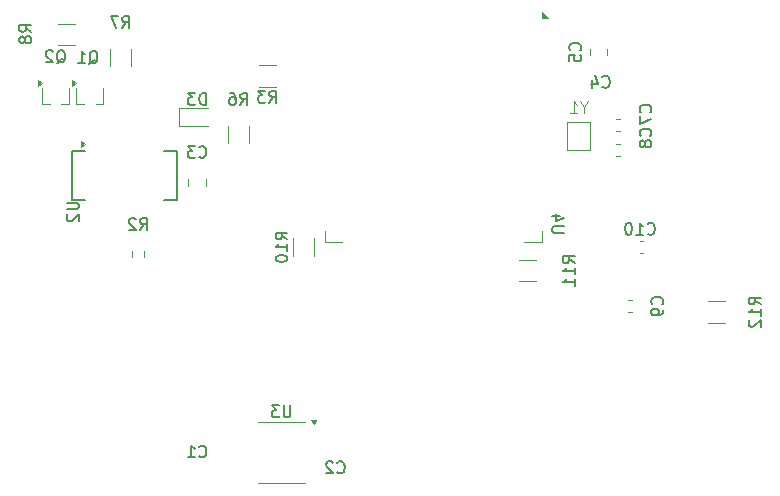
<source format=gbo>
%TF.GenerationSoftware,KiCad,Pcbnew,8.0.6*%
%TF.CreationDate,2024-11-09T23:45:23+09:00*%
%TF.ProjectId,PCB,5043422e-6b69-4636-9164-5f7063625858,rev?*%
%TF.SameCoordinates,Original*%
%TF.FileFunction,Legend,Bot*%
%TF.FilePolarity,Positive*%
%FSLAX46Y46*%
G04 Gerber Fmt 4.6, Leading zero omitted, Abs format (unit mm)*
G04 Created by KiCad (PCBNEW 8.0.6) date 2024-11-09 23:45:23*
%MOMM*%
%LPD*%
G01*
G04 APERTURE LIST*
%ADD10C,0.150000*%
%ADD11C,0.100000*%
%ADD12C,0.120000*%
G04 APERTURE END LIST*
D10*
X136545180Y-89311904D02*
X135735657Y-89311904D01*
X135735657Y-89311904D02*
X135640419Y-89264285D01*
X135640419Y-89264285D02*
X135592800Y-89216666D01*
X135592800Y-89216666D02*
X135545180Y-89121428D01*
X135545180Y-89121428D02*
X135545180Y-88930952D01*
X135545180Y-88930952D02*
X135592800Y-88835714D01*
X135592800Y-88835714D02*
X135640419Y-88788095D01*
X135640419Y-88788095D02*
X135735657Y-88740476D01*
X135735657Y-88740476D02*
X136545180Y-88740476D01*
X136211847Y-87835714D02*
X135545180Y-87835714D01*
X136592800Y-88073809D02*
X135878514Y-88311904D01*
X135878514Y-88311904D02*
X135878514Y-87692857D01*
X117366666Y-109559580D02*
X117414285Y-109607200D01*
X117414285Y-109607200D02*
X117557142Y-109654819D01*
X117557142Y-109654819D02*
X117652380Y-109654819D01*
X117652380Y-109654819D02*
X117795237Y-109607200D01*
X117795237Y-109607200D02*
X117890475Y-109511961D01*
X117890475Y-109511961D02*
X117938094Y-109416723D01*
X117938094Y-109416723D02*
X117985713Y-109226247D01*
X117985713Y-109226247D02*
X117985713Y-109083390D01*
X117985713Y-109083390D02*
X117938094Y-108892914D01*
X117938094Y-108892914D02*
X117890475Y-108797676D01*
X117890475Y-108797676D02*
X117795237Y-108702438D01*
X117795237Y-108702438D02*
X117652380Y-108654819D01*
X117652380Y-108654819D02*
X117557142Y-108654819D01*
X117557142Y-108654819D02*
X117414285Y-108702438D01*
X117414285Y-108702438D02*
X117366666Y-108750057D01*
X116985713Y-108750057D02*
X116938094Y-108702438D01*
X116938094Y-108702438D02*
X116842856Y-108654819D01*
X116842856Y-108654819D02*
X116604761Y-108654819D01*
X116604761Y-108654819D02*
X116509523Y-108702438D01*
X116509523Y-108702438D02*
X116461904Y-108750057D01*
X116461904Y-108750057D02*
X116414285Y-108845295D01*
X116414285Y-108845295D02*
X116414285Y-108940533D01*
X116414285Y-108940533D02*
X116461904Y-109083390D01*
X116461904Y-109083390D02*
X117033332Y-109654819D01*
X117033332Y-109654819D02*
X116414285Y-109654819D01*
X105666666Y-108209580D02*
X105714285Y-108257200D01*
X105714285Y-108257200D02*
X105857142Y-108304819D01*
X105857142Y-108304819D02*
X105952380Y-108304819D01*
X105952380Y-108304819D02*
X106095237Y-108257200D01*
X106095237Y-108257200D02*
X106190475Y-108161961D01*
X106190475Y-108161961D02*
X106238094Y-108066723D01*
X106238094Y-108066723D02*
X106285713Y-107876247D01*
X106285713Y-107876247D02*
X106285713Y-107733390D01*
X106285713Y-107733390D02*
X106238094Y-107542914D01*
X106238094Y-107542914D02*
X106190475Y-107447676D01*
X106190475Y-107447676D02*
X106095237Y-107352438D01*
X106095237Y-107352438D02*
X105952380Y-107304819D01*
X105952380Y-107304819D02*
X105857142Y-107304819D01*
X105857142Y-107304819D02*
X105714285Y-107352438D01*
X105714285Y-107352438D02*
X105666666Y-107400057D01*
X104714285Y-108304819D02*
X105285713Y-108304819D01*
X104999999Y-108304819D02*
X104999999Y-107304819D01*
X104999999Y-107304819D02*
X105095237Y-107447676D01*
X105095237Y-107447676D02*
X105190475Y-107542914D01*
X105190475Y-107542914D02*
X105285713Y-107590533D01*
X143859580Y-81083333D02*
X143907200Y-81035714D01*
X143907200Y-81035714D02*
X143954819Y-80892857D01*
X143954819Y-80892857D02*
X143954819Y-80797619D01*
X143954819Y-80797619D02*
X143907200Y-80654762D01*
X143907200Y-80654762D02*
X143811961Y-80559524D01*
X143811961Y-80559524D02*
X143716723Y-80511905D01*
X143716723Y-80511905D02*
X143526247Y-80464286D01*
X143526247Y-80464286D02*
X143383390Y-80464286D01*
X143383390Y-80464286D02*
X143192914Y-80511905D01*
X143192914Y-80511905D02*
X143097676Y-80559524D01*
X143097676Y-80559524D02*
X143002438Y-80654762D01*
X143002438Y-80654762D02*
X142954819Y-80797619D01*
X142954819Y-80797619D02*
X142954819Y-80892857D01*
X142954819Y-80892857D02*
X143002438Y-81035714D01*
X143002438Y-81035714D02*
X143050057Y-81083333D01*
X143383390Y-81654762D02*
X143335771Y-81559524D01*
X143335771Y-81559524D02*
X143288152Y-81511905D01*
X143288152Y-81511905D02*
X143192914Y-81464286D01*
X143192914Y-81464286D02*
X143145295Y-81464286D01*
X143145295Y-81464286D02*
X143050057Y-81511905D01*
X143050057Y-81511905D02*
X143002438Y-81559524D01*
X143002438Y-81559524D02*
X142954819Y-81654762D01*
X142954819Y-81654762D02*
X142954819Y-81845238D01*
X142954819Y-81845238D02*
X143002438Y-81940476D01*
X143002438Y-81940476D02*
X143050057Y-81988095D01*
X143050057Y-81988095D02*
X143145295Y-82035714D01*
X143145295Y-82035714D02*
X143192914Y-82035714D01*
X143192914Y-82035714D02*
X143288152Y-81988095D01*
X143288152Y-81988095D02*
X143335771Y-81940476D01*
X143335771Y-81940476D02*
X143383390Y-81845238D01*
X143383390Y-81845238D02*
X143383390Y-81654762D01*
X143383390Y-81654762D02*
X143431009Y-81559524D01*
X143431009Y-81559524D02*
X143478628Y-81511905D01*
X143478628Y-81511905D02*
X143573866Y-81464286D01*
X143573866Y-81464286D02*
X143764342Y-81464286D01*
X143764342Y-81464286D02*
X143859580Y-81511905D01*
X143859580Y-81511905D02*
X143907200Y-81559524D01*
X143907200Y-81559524D02*
X143954819Y-81654762D01*
X143954819Y-81654762D02*
X143954819Y-81845238D01*
X143954819Y-81845238D02*
X143907200Y-81940476D01*
X143907200Y-81940476D02*
X143859580Y-81988095D01*
X143859580Y-81988095D02*
X143764342Y-82035714D01*
X143764342Y-82035714D02*
X143573866Y-82035714D01*
X143573866Y-82035714D02*
X143478628Y-81988095D01*
X143478628Y-81988095D02*
X143431009Y-81940476D01*
X143431009Y-81940476D02*
X143383390Y-81845238D01*
X139816666Y-76909580D02*
X139864285Y-76957200D01*
X139864285Y-76957200D02*
X140007142Y-77004819D01*
X140007142Y-77004819D02*
X140102380Y-77004819D01*
X140102380Y-77004819D02*
X140245237Y-76957200D01*
X140245237Y-76957200D02*
X140340475Y-76861961D01*
X140340475Y-76861961D02*
X140388094Y-76766723D01*
X140388094Y-76766723D02*
X140435713Y-76576247D01*
X140435713Y-76576247D02*
X140435713Y-76433390D01*
X140435713Y-76433390D02*
X140388094Y-76242914D01*
X140388094Y-76242914D02*
X140340475Y-76147676D01*
X140340475Y-76147676D02*
X140245237Y-76052438D01*
X140245237Y-76052438D02*
X140102380Y-76004819D01*
X140102380Y-76004819D02*
X140007142Y-76004819D01*
X140007142Y-76004819D02*
X139864285Y-76052438D01*
X139864285Y-76052438D02*
X139816666Y-76100057D01*
X138959523Y-76338152D02*
X138959523Y-77004819D01*
X139197618Y-75957200D02*
X139435713Y-76671485D01*
X139435713Y-76671485D02*
X138816666Y-76671485D01*
X113134819Y-89857142D02*
X112658628Y-89523809D01*
X113134819Y-89285714D02*
X112134819Y-89285714D01*
X112134819Y-89285714D02*
X112134819Y-89666666D01*
X112134819Y-89666666D02*
X112182438Y-89761904D01*
X112182438Y-89761904D02*
X112230057Y-89809523D01*
X112230057Y-89809523D02*
X112325295Y-89857142D01*
X112325295Y-89857142D02*
X112468152Y-89857142D01*
X112468152Y-89857142D02*
X112563390Y-89809523D01*
X112563390Y-89809523D02*
X112611009Y-89761904D01*
X112611009Y-89761904D02*
X112658628Y-89666666D01*
X112658628Y-89666666D02*
X112658628Y-89285714D01*
X113134819Y-90809523D02*
X113134819Y-90238095D01*
X113134819Y-90523809D02*
X112134819Y-90523809D01*
X112134819Y-90523809D02*
X112277676Y-90428571D01*
X112277676Y-90428571D02*
X112372914Y-90333333D01*
X112372914Y-90333333D02*
X112420533Y-90238095D01*
X112134819Y-91428571D02*
X112134819Y-91523809D01*
X112134819Y-91523809D02*
X112182438Y-91619047D01*
X112182438Y-91619047D02*
X112230057Y-91666666D01*
X112230057Y-91666666D02*
X112325295Y-91714285D01*
X112325295Y-91714285D02*
X112515771Y-91761904D01*
X112515771Y-91761904D02*
X112753866Y-91761904D01*
X112753866Y-91761904D02*
X112944342Y-91714285D01*
X112944342Y-91714285D02*
X113039580Y-91666666D01*
X113039580Y-91666666D02*
X113087200Y-91619047D01*
X113087200Y-91619047D02*
X113134819Y-91523809D01*
X113134819Y-91523809D02*
X113134819Y-91428571D01*
X113134819Y-91428571D02*
X113087200Y-91333333D01*
X113087200Y-91333333D02*
X113039580Y-91285714D01*
X113039580Y-91285714D02*
X112944342Y-91238095D01*
X112944342Y-91238095D02*
X112753866Y-91190476D01*
X112753866Y-91190476D02*
X112515771Y-91190476D01*
X112515771Y-91190476D02*
X112325295Y-91238095D01*
X112325295Y-91238095D02*
X112230057Y-91285714D01*
X112230057Y-91285714D02*
X112182438Y-91333333D01*
X112182438Y-91333333D02*
X112134819Y-91428571D01*
X106238094Y-78454819D02*
X106238094Y-77454819D01*
X106238094Y-77454819D02*
X105999999Y-77454819D01*
X105999999Y-77454819D02*
X105857142Y-77502438D01*
X105857142Y-77502438D02*
X105761904Y-77597676D01*
X105761904Y-77597676D02*
X105714285Y-77692914D01*
X105714285Y-77692914D02*
X105666666Y-77883390D01*
X105666666Y-77883390D02*
X105666666Y-78026247D01*
X105666666Y-78026247D02*
X105714285Y-78216723D01*
X105714285Y-78216723D02*
X105761904Y-78311961D01*
X105761904Y-78311961D02*
X105857142Y-78407200D01*
X105857142Y-78407200D02*
X105999999Y-78454819D01*
X105999999Y-78454819D02*
X106238094Y-78454819D01*
X105333332Y-77454819D02*
X104714285Y-77454819D01*
X104714285Y-77454819D02*
X105047618Y-77835771D01*
X105047618Y-77835771D02*
X104904761Y-77835771D01*
X104904761Y-77835771D02*
X104809523Y-77883390D01*
X104809523Y-77883390D02*
X104761904Y-77931009D01*
X104761904Y-77931009D02*
X104714285Y-78026247D01*
X104714285Y-78026247D02*
X104714285Y-78264342D01*
X104714285Y-78264342D02*
X104761904Y-78359580D01*
X104761904Y-78359580D02*
X104809523Y-78407200D01*
X104809523Y-78407200D02*
X104904761Y-78454819D01*
X104904761Y-78454819D02*
X105190475Y-78454819D01*
X105190475Y-78454819D02*
X105285713Y-78407200D01*
X105285713Y-78407200D02*
X105333332Y-78359580D01*
X144859580Y-95333333D02*
X144907200Y-95285714D01*
X144907200Y-95285714D02*
X144954819Y-95142857D01*
X144954819Y-95142857D02*
X144954819Y-95047619D01*
X144954819Y-95047619D02*
X144907200Y-94904762D01*
X144907200Y-94904762D02*
X144811961Y-94809524D01*
X144811961Y-94809524D02*
X144716723Y-94761905D01*
X144716723Y-94761905D02*
X144526247Y-94714286D01*
X144526247Y-94714286D02*
X144383390Y-94714286D01*
X144383390Y-94714286D02*
X144192914Y-94761905D01*
X144192914Y-94761905D02*
X144097676Y-94809524D01*
X144097676Y-94809524D02*
X144002438Y-94904762D01*
X144002438Y-94904762D02*
X143954819Y-95047619D01*
X143954819Y-95047619D02*
X143954819Y-95142857D01*
X143954819Y-95142857D02*
X144002438Y-95285714D01*
X144002438Y-95285714D02*
X144050057Y-95333333D01*
X144954819Y-95809524D02*
X144954819Y-96000000D01*
X144954819Y-96000000D02*
X144907200Y-96095238D01*
X144907200Y-96095238D02*
X144859580Y-96142857D01*
X144859580Y-96142857D02*
X144716723Y-96238095D01*
X144716723Y-96238095D02*
X144526247Y-96285714D01*
X144526247Y-96285714D02*
X144145295Y-96285714D01*
X144145295Y-96285714D02*
X144050057Y-96238095D01*
X144050057Y-96238095D02*
X144002438Y-96190476D01*
X144002438Y-96190476D02*
X143954819Y-96095238D01*
X143954819Y-96095238D02*
X143954819Y-95904762D01*
X143954819Y-95904762D02*
X144002438Y-95809524D01*
X144002438Y-95809524D02*
X144050057Y-95761905D01*
X144050057Y-95761905D02*
X144145295Y-95714286D01*
X144145295Y-95714286D02*
X144383390Y-95714286D01*
X144383390Y-95714286D02*
X144478628Y-95761905D01*
X144478628Y-95761905D02*
X144526247Y-95809524D01*
X144526247Y-95809524D02*
X144573866Y-95904762D01*
X144573866Y-95904762D02*
X144573866Y-96095238D01*
X144573866Y-96095238D02*
X144526247Y-96190476D01*
X144526247Y-96190476D02*
X144478628Y-96238095D01*
X144478628Y-96238095D02*
X144383390Y-96285714D01*
X99166666Y-71954819D02*
X99499999Y-71478628D01*
X99738094Y-71954819D02*
X99738094Y-70954819D01*
X99738094Y-70954819D02*
X99357142Y-70954819D01*
X99357142Y-70954819D02*
X99261904Y-71002438D01*
X99261904Y-71002438D02*
X99214285Y-71050057D01*
X99214285Y-71050057D02*
X99166666Y-71145295D01*
X99166666Y-71145295D02*
X99166666Y-71288152D01*
X99166666Y-71288152D02*
X99214285Y-71383390D01*
X99214285Y-71383390D02*
X99261904Y-71431009D01*
X99261904Y-71431009D02*
X99357142Y-71478628D01*
X99357142Y-71478628D02*
X99738094Y-71478628D01*
X98833332Y-70954819D02*
X98166666Y-70954819D01*
X98166666Y-70954819D02*
X98595237Y-71954819D01*
X109166666Y-78454819D02*
X109499999Y-77978628D01*
X109738094Y-78454819D02*
X109738094Y-77454819D01*
X109738094Y-77454819D02*
X109357142Y-77454819D01*
X109357142Y-77454819D02*
X109261904Y-77502438D01*
X109261904Y-77502438D02*
X109214285Y-77550057D01*
X109214285Y-77550057D02*
X109166666Y-77645295D01*
X109166666Y-77645295D02*
X109166666Y-77788152D01*
X109166666Y-77788152D02*
X109214285Y-77883390D01*
X109214285Y-77883390D02*
X109261904Y-77931009D01*
X109261904Y-77931009D02*
X109357142Y-77978628D01*
X109357142Y-77978628D02*
X109738094Y-77978628D01*
X108309523Y-77454819D02*
X108499999Y-77454819D01*
X108499999Y-77454819D02*
X108595237Y-77502438D01*
X108595237Y-77502438D02*
X108642856Y-77550057D01*
X108642856Y-77550057D02*
X108738094Y-77692914D01*
X108738094Y-77692914D02*
X108785713Y-77883390D01*
X108785713Y-77883390D02*
X108785713Y-78264342D01*
X108785713Y-78264342D02*
X108738094Y-78359580D01*
X108738094Y-78359580D02*
X108690475Y-78407200D01*
X108690475Y-78407200D02*
X108595237Y-78454819D01*
X108595237Y-78454819D02*
X108404761Y-78454819D01*
X108404761Y-78454819D02*
X108309523Y-78407200D01*
X108309523Y-78407200D02*
X108261904Y-78359580D01*
X108261904Y-78359580D02*
X108214285Y-78264342D01*
X108214285Y-78264342D02*
X108214285Y-78026247D01*
X108214285Y-78026247D02*
X108261904Y-77931009D01*
X108261904Y-77931009D02*
X108309523Y-77883390D01*
X108309523Y-77883390D02*
X108404761Y-77835771D01*
X108404761Y-77835771D02*
X108595237Y-77835771D01*
X108595237Y-77835771D02*
X108690475Y-77883390D01*
X108690475Y-77883390D02*
X108738094Y-77931009D01*
X108738094Y-77931009D02*
X108785713Y-78026247D01*
X100666666Y-89042319D02*
X100999999Y-88566128D01*
X101238094Y-89042319D02*
X101238094Y-88042319D01*
X101238094Y-88042319D02*
X100857142Y-88042319D01*
X100857142Y-88042319D02*
X100761904Y-88089938D01*
X100761904Y-88089938D02*
X100714285Y-88137557D01*
X100714285Y-88137557D02*
X100666666Y-88232795D01*
X100666666Y-88232795D02*
X100666666Y-88375652D01*
X100666666Y-88375652D02*
X100714285Y-88470890D01*
X100714285Y-88470890D02*
X100761904Y-88518509D01*
X100761904Y-88518509D02*
X100857142Y-88566128D01*
X100857142Y-88566128D02*
X101238094Y-88566128D01*
X100285713Y-88137557D02*
X100238094Y-88089938D01*
X100238094Y-88089938D02*
X100142856Y-88042319D01*
X100142856Y-88042319D02*
X99904761Y-88042319D01*
X99904761Y-88042319D02*
X99809523Y-88089938D01*
X99809523Y-88089938D02*
X99761904Y-88137557D01*
X99761904Y-88137557D02*
X99714285Y-88232795D01*
X99714285Y-88232795D02*
X99714285Y-88328033D01*
X99714285Y-88328033D02*
X99761904Y-88470890D01*
X99761904Y-88470890D02*
X100333332Y-89042319D01*
X100333332Y-89042319D02*
X99714285Y-89042319D01*
X137454819Y-91857142D02*
X136978628Y-91523809D01*
X137454819Y-91285714D02*
X136454819Y-91285714D01*
X136454819Y-91285714D02*
X136454819Y-91666666D01*
X136454819Y-91666666D02*
X136502438Y-91761904D01*
X136502438Y-91761904D02*
X136550057Y-91809523D01*
X136550057Y-91809523D02*
X136645295Y-91857142D01*
X136645295Y-91857142D02*
X136788152Y-91857142D01*
X136788152Y-91857142D02*
X136883390Y-91809523D01*
X136883390Y-91809523D02*
X136931009Y-91761904D01*
X136931009Y-91761904D02*
X136978628Y-91666666D01*
X136978628Y-91666666D02*
X136978628Y-91285714D01*
X137454819Y-92809523D02*
X137454819Y-92238095D01*
X137454819Y-92523809D02*
X136454819Y-92523809D01*
X136454819Y-92523809D02*
X136597676Y-92428571D01*
X136597676Y-92428571D02*
X136692914Y-92333333D01*
X136692914Y-92333333D02*
X136740533Y-92238095D01*
X137454819Y-93761904D02*
X137454819Y-93190476D01*
X137454819Y-93476190D02*
X136454819Y-93476190D01*
X136454819Y-93476190D02*
X136597676Y-93380952D01*
X136597676Y-93380952D02*
X136692914Y-93285714D01*
X136692914Y-93285714D02*
X136740533Y-93190476D01*
X153204819Y-95357142D02*
X152728628Y-95023809D01*
X153204819Y-94785714D02*
X152204819Y-94785714D01*
X152204819Y-94785714D02*
X152204819Y-95166666D01*
X152204819Y-95166666D02*
X152252438Y-95261904D01*
X152252438Y-95261904D02*
X152300057Y-95309523D01*
X152300057Y-95309523D02*
X152395295Y-95357142D01*
X152395295Y-95357142D02*
X152538152Y-95357142D01*
X152538152Y-95357142D02*
X152633390Y-95309523D01*
X152633390Y-95309523D02*
X152681009Y-95261904D01*
X152681009Y-95261904D02*
X152728628Y-95166666D01*
X152728628Y-95166666D02*
X152728628Y-94785714D01*
X153204819Y-96309523D02*
X153204819Y-95738095D01*
X153204819Y-96023809D02*
X152204819Y-96023809D01*
X152204819Y-96023809D02*
X152347676Y-95928571D01*
X152347676Y-95928571D02*
X152442914Y-95833333D01*
X152442914Y-95833333D02*
X152490533Y-95738095D01*
X152300057Y-96690476D02*
X152252438Y-96738095D01*
X152252438Y-96738095D02*
X152204819Y-96833333D01*
X152204819Y-96833333D02*
X152204819Y-97071428D01*
X152204819Y-97071428D02*
X152252438Y-97166666D01*
X152252438Y-97166666D02*
X152300057Y-97214285D01*
X152300057Y-97214285D02*
X152395295Y-97261904D01*
X152395295Y-97261904D02*
X152490533Y-97261904D01*
X152490533Y-97261904D02*
X152633390Y-97214285D01*
X152633390Y-97214285D02*
X153204819Y-96642857D01*
X153204819Y-96642857D02*
X153204819Y-97261904D01*
X113386904Y-103909819D02*
X113386904Y-104719342D01*
X113386904Y-104719342D02*
X113339285Y-104814580D01*
X113339285Y-104814580D02*
X113291666Y-104862200D01*
X113291666Y-104862200D02*
X113196428Y-104909819D01*
X113196428Y-104909819D02*
X113005952Y-104909819D01*
X113005952Y-104909819D02*
X112910714Y-104862200D01*
X112910714Y-104862200D02*
X112863095Y-104814580D01*
X112863095Y-104814580D02*
X112815476Y-104719342D01*
X112815476Y-104719342D02*
X112815476Y-103909819D01*
X112434523Y-103909819D02*
X111815476Y-103909819D01*
X111815476Y-103909819D02*
X112148809Y-104290771D01*
X112148809Y-104290771D02*
X112005952Y-104290771D01*
X112005952Y-104290771D02*
X111910714Y-104338390D01*
X111910714Y-104338390D02*
X111863095Y-104386009D01*
X111863095Y-104386009D02*
X111815476Y-104481247D01*
X111815476Y-104481247D02*
X111815476Y-104719342D01*
X111815476Y-104719342D02*
X111863095Y-104814580D01*
X111863095Y-104814580D02*
X111910714Y-104862200D01*
X111910714Y-104862200D02*
X112005952Y-104909819D01*
X112005952Y-104909819D02*
X112291666Y-104909819D01*
X112291666Y-104909819D02*
X112386904Y-104862200D01*
X112386904Y-104862200D02*
X112434523Y-104814580D01*
X143642857Y-89359580D02*
X143690476Y-89407200D01*
X143690476Y-89407200D02*
X143833333Y-89454819D01*
X143833333Y-89454819D02*
X143928571Y-89454819D01*
X143928571Y-89454819D02*
X144071428Y-89407200D01*
X144071428Y-89407200D02*
X144166666Y-89311961D01*
X144166666Y-89311961D02*
X144214285Y-89216723D01*
X144214285Y-89216723D02*
X144261904Y-89026247D01*
X144261904Y-89026247D02*
X144261904Y-88883390D01*
X144261904Y-88883390D02*
X144214285Y-88692914D01*
X144214285Y-88692914D02*
X144166666Y-88597676D01*
X144166666Y-88597676D02*
X144071428Y-88502438D01*
X144071428Y-88502438D02*
X143928571Y-88454819D01*
X143928571Y-88454819D02*
X143833333Y-88454819D01*
X143833333Y-88454819D02*
X143690476Y-88502438D01*
X143690476Y-88502438D02*
X143642857Y-88550057D01*
X142690476Y-89454819D02*
X143261904Y-89454819D01*
X142976190Y-89454819D02*
X142976190Y-88454819D01*
X142976190Y-88454819D02*
X143071428Y-88597676D01*
X143071428Y-88597676D02*
X143166666Y-88692914D01*
X143166666Y-88692914D02*
X143261904Y-88740533D01*
X142071428Y-88454819D02*
X141976190Y-88454819D01*
X141976190Y-88454819D02*
X141880952Y-88502438D01*
X141880952Y-88502438D02*
X141833333Y-88550057D01*
X141833333Y-88550057D02*
X141785714Y-88645295D01*
X141785714Y-88645295D02*
X141738095Y-88835771D01*
X141738095Y-88835771D02*
X141738095Y-89073866D01*
X141738095Y-89073866D02*
X141785714Y-89264342D01*
X141785714Y-89264342D02*
X141833333Y-89359580D01*
X141833333Y-89359580D02*
X141880952Y-89407200D01*
X141880952Y-89407200D02*
X141976190Y-89454819D01*
X141976190Y-89454819D02*
X142071428Y-89454819D01*
X142071428Y-89454819D02*
X142166666Y-89407200D01*
X142166666Y-89407200D02*
X142214285Y-89359580D01*
X142214285Y-89359580D02*
X142261904Y-89264342D01*
X142261904Y-89264342D02*
X142309523Y-89073866D01*
X142309523Y-89073866D02*
X142309523Y-88835771D01*
X142309523Y-88835771D02*
X142261904Y-88645295D01*
X142261904Y-88645295D02*
X142214285Y-88550057D01*
X142214285Y-88550057D02*
X142166666Y-88502438D01*
X142166666Y-88502438D02*
X142071428Y-88454819D01*
X105666666Y-82859580D02*
X105714285Y-82907200D01*
X105714285Y-82907200D02*
X105857142Y-82954819D01*
X105857142Y-82954819D02*
X105952380Y-82954819D01*
X105952380Y-82954819D02*
X106095237Y-82907200D01*
X106095237Y-82907200D02*
X106190475Y-82811961D01*
X106190475Y-82811961D02*
X106238094Y-82716723D01*
X106238094Y-82716723D02*
X106285713Y-82526247D01*
X106285713Y-82526247D02*
X106285713Y-82383390D01*
X106285713Y-82383390D02*
X106238094Y-82192914D01*
X106238094Y-82192914D02*
X106190475Y-82097676D01*
X106190475Y-82097676D02*
X106095237Y-82002438D01*
X106095237Y-82002438D02*
X105952380Y-81954819D01*
X105952380Y-81954819D02*
X105857142Y-81954819D01*
X105857142Y-81954819D02*
X105714285Y-82002438D01*
X105714285Y-82002438D02*
X105666666Y-82050057D01*
X105333332Y-81954819D02*
X104714285Y-81954819D01*
X104714285Y-81954819D02*
X105047618Y-82335771D01*
X105047618Y-82335771D02*
X104904761Y-82335771D01*
X104904761Y-82335771D02*
X104809523Y-82383390D01*
X104809523Y-82383390D02*
X104761904Y-82431009D01*
X104761904Y-82431009D02*
X104714285Y-82526247D01*
X104714285Y-82526247D02*
X104714285Y-82764342D01*
X104714285Y-82764342D02*
X104761904Y-82859580D01*
X104761904Y-82859580D02*
X104809523Y-82907200D01*
X104809523Y-82907200D02*
X104904761Y-82954819D01*
X104904761Y-82954819D02*
X105190475Y-82954819D01*
X105190475Y-82954819D02*
X105285713Y-82907200D01*
X105285713Y-82907200D02*
X105333332Y-82859580D01*
X93595238Y-74950057D02*
X93690476Y-74902438D01*
X93690476Y-74902438D02*
X93785714Y-74807200D01*
X93785714Y-74807200D02*
X93928571Y-74664342D01*
X93928571Y-74664342D02*
X94023809Y-74616723D01*
X94023809Y-74616723D02*
X94119047Y-74616723D01*
X94071428Y-74854819D02*
X94166666Y-74807200D01*
X94166666Y-74807200D02*
X94261904Y-74711961D01*
X94261904Y-74711961D02*
X94309523Y-74521485D01*
X94309523Y-74521485D02*
X94309523Y-74188152D01*
X94309523Y-74188152D02*
X94261904Y-73997676D01*
X94261904Y-73997676D02*
X94166666Y-73902438D01*
X94166666Y-73902438D02*
X94071428Y-73854819D01*
X94071428Y-73854819D02*
X93880952Y-73854819D01*
X93880952Y-73854819D02*
X93785714Y-73902438D01*
X93785714Y-73902438D02*
X93690476Y-73997676D01*
X93690476Y-73997676D02*
X93642857Y-74188152D01*
X93642857Y-74188152D02*
X93642857Y-74521485D01*
X93642857Y-74521485D02*
X93690476Y-74711961D01*
X93690476Y-74711961D02*
X93785714Y-74807200D01*
X93785714Y-74807200D02*
X93880952Y-74854819D01*
X93880952Y-74854819D02*
X94071428Y-74854819D01*
X93261904Y-73950057D02*
X93214285Y-73902438D01*
X93214285Y-73902438D02*
X93119047Y-73854819D01*
X93119047Y-73854819D02*
X92880952Y-73854819D01*
X92880952Y-73854819D02*
X92785714Y-73902438D01*
X92785714Y-73902438D02*
X92738095Y-73950057D01*
X92738095Y-73950057D02*
X92690476Y-74045295D01*
X92690476Y-74045295D02*
X92690476Y-74140533D01*
X92690476Y-74140533D02*
X92738095Y-74283390D01*
X92738095Y-74283390D02*
X93309523Y-74854819D01*
X93309523Y-74854819D02*
X92690476Y-74854819D01*
X94454819Y-86738095D02*
X95264342Y-86738095D01*
X95264342Y-86738095D02*
X95359580Y-86785714D01*
X95359580Y-86785714D02*
X95407200Y-86833333D01*
X95407200Y-86833333D02*
X95454819Y-86928571D01*
X95454819Y-86928571D02*
X95454819Y-87119047D01*
X95454819Y-87119047D02*
X95407200Y-87214285D01*
X95407200Y-87214285D02*
X95359580Y-87261904D01*
X95359580Y-87261904D02*
X95264342Y-87309523D01*
X95264342Y-87309523D02*
X94454819Y-87309523D01*
X94550057Y-87738095D02*
X94502438Y-87785714D01*
X94502438Y-87785714D02*
X94454819Y-87880952D01*
X94454819Y-87880952D02*
X94454819Y-88119047D01*
X94454819Y-88119047D02*
X94502438Y-88214285D01*
X94502438Y-88214285D02*
X94550057Y-88261904D01*
X94550057Y-88261904D02*
X94645295Y-88309523D01*
X94645295Y-88309523D02*
X94740533Y-88309523D01*
X94740533Y-88309523D02*
X94883390Y-88261904D01*
X94883390Y-88261904D02*
X95454819Y-87690476D01*
X95454819Y-87690476D02*
X95454819Y-88309523D01*
X111616666Y-78274819D02*
X111949999Y-77798628D01*
X112188094Y-78274819D02*
X112188094Y-77274819D01*
X112188094Y-77274819D02*
X111807142Y-77274819D01*
X111807142Y-77274819D02*
X111711904Y-77322438D01*
X111711904Y-77322438D02*
X111664285Y-77370057D01*
X111664285Y-77370057D02*
X111616666Y-77465295D01*
X111616666Y-77465295D02*
X111616666Y-77608152D01*
X111616666Y-77608152D02*
X111664285Y-77703390D01*
X111664285Y-77703390D02*
X111711904Y-77751009D01*
X111711904Y-77751009D02*
X111807142Y-77798628D01*
X111807142Y-77798628D02*
X112188094Y-77798628D01*
X111283332Y-77274819D02*
X110664285Y-77274819D01*
X110664285Y-77274819D02*
X110997618Y-77655771D01*
X110997618Y-77655771D02*
X110854761Y-77655771D01*
X110854761Y-77655771D02*
X110759523Y-77703390D01*
X110759523Y-77703390D02*
X110711904Y-77751009D01*
X110711904Y-77751009D02*
X110664285Y-77846247D01*
X110664285Y-77846247D02*
X110664285Y-78084342D01*
X110664285Y-78084342D02*
X110711904Y-78179580D01*
X110711904Y-78179580D02*
X110759523Y-78227200D01*
X110759523Y-78227200D02*
X110854761Y-78274819D01*
X110854761Y-78274819D02*
X111140475Y-78274819D01*
X111140475Y-78274819D02*
X111235713Y-78227200D01*
X111235713Y-78227200D02*
X111283332Y-78179580D01*
X137909580Y-73833333D02*
X137957200Y-73785714D01*
X137957200Y-73785714D02*
X138004819Y-73642857D01*
X138004819Y-73642857D02*
X138004819Y-73547619D01*
X138004819Y-73547619D02*
X137957200Y-73404762D01*
X137957200Y-73404762D02*
X137861961Y-73309524D01*
X137861961Y-73309524D02*
X137766723Y-73261905D01*
X137766723Y-73261905D02*
X137576247Y-73214286D01*
X137576247Y-73214286D02*
X137433390Y-73214286D01*
X137433390Y-73214286D02*
X137242914Y-73261905D01*
X137242914Y-73261905D02*
X137147676Y-73309524D01*
X137147676Y-73309524D02*
X137052438Y-73404762D01*
X137052438Y-73404762D02*
X137004819Y-73547619D01*
X137004819Y-73547619D02*
X137004819Y-73642857D01*
X137004819Y-73642857D02*
X137052438Y-73785714D01*
X137052438Y-73785714D02*
X137100057Y-73833333D01*
X137004819Y-74738095D02*
X137004819Y-74261905D01*
X137004819Y-74261905D02*
X137481009Y-74214286D01*
X137481009Y-74214286D02*
X137433390Y-74261905D01*
X137433390Y-74261905D02*
X137385771Y-74357143D01*
X137385771Y-74357143D02*
X137385771Y-74595238D01*
X137385771Y-74595238D02*
X137433390Y-74690476D01*
X137433390Y-74690476D02*
X137481009Y-74738095D01*
X137481009Y-74738095D02*
X137576247Y-74785714D01*
X137576247Y-74785714D02*
X137814342Y-74785714D01*
X137814342Y-74785714D02*
X137909580Y-74738095D01*
X137909580Y-74738095D02*
X137957200Y-74690476D01*
X137957200Y-74690476D02*
X138004819Y-74595238D01*
X138004819Y-74595238D02*
X138004819Y-74357143D01*
X138004819Y-74357143D02*
X137957200Y-74261905D01*
X137957200Y-74261905D02*
X137909580Y-74214286D01*
X96345238Y-75000057D02*
X96440476Y-74952438D01*
X96440476Y-74952438D02*
X96535714Y-74857200D01*
X96535714Y-74857200D02*
X96678571Y-74714342D01*
X96678571Y-74714342D02*
X96773809Y-74666723D01*
X96773809Y-74666723D02*
X96869047Y-74666723D01*
X96821428Y-74904819D02*
X96916666Y-74857200D01*
X96916666Y-74857200D02*
X97011904Y-74761961D01*
X97011904Y-74761961D02*
X97059523Y-74571485D01*
X97059523Y-74571485D02*
X97059523Y-74238152D01*
X97059523Y-74238152D02*
X97011904Y-74047676D01*
X97011904Y-74047676D02*
X96916666Y-73952438D01*
X96916666Y-73952438D02*
X96821428Y-73904819D01*
X96821428Y-73904819D02*
X96630952Y-73904819D01*
X96630952Y-73904819D02*
X96535714Y-73952438D01*
X96535714Y-73952438D02*
X96440476Y-74047676D01*
X96440476Y-74047676D02*
X96392857Y-74238152D01*
X96392857Y-74238152D02*
X96392857Y-74571485D01*
X96392857Y-74571485D02*
X96440476Y-74761961D01*
X96440476Y-74761961D02*
X96535714Y-74857200D01*
X96535714Y-74857200D02*
X96630952Y-74904819D01*
X96630952Y-74904819D02*
X96821428Y-74904819D01*
X95440476Y-74904819D02*
X96011904Y-74904819D01*
X95726190Y-74904819D02*
X95726190Y-73904819D01*
X95726190Y-73904819D02*
X95821428Y-74047676D01*
X95821428Y-74047676D02*
X95916666Y-74142914D01*
X95916666Y-74142914D02*
X96011904Y-74190533D01*
X143859580Y-79083333D02*
X143907200Y-79035714D01*
X143907200Y-79035714D02*
X143954819Y-78892857D01*
X143954819Y-78892857D02*
X143954819Y-78797619D01*
X143954819Y-78797619D02*
X143907200Y-78654762D01*
X143907200Y-78654762D02*
X143811961Y-78559524D01*
X143811961Y-78559524D02*
X143716723Y-78511905D01*
X143716723Y-78511905D02*
X143526247Y-78464286D01*
X143526247Y-78464286D02*
X143383390Y-78464286D01*
X143383390Y-78464286D02*
X143192914Y-78511905D01*
X143192914Y-78511905D02*
X143097676Y-78559524D01*
X143097676Y-78559524D02*
X143002438Y-78654762D01*
X143002438Y-78654762D02*
X142954819Y-78797619D01*
X142954819Y-78797619D02*
X142954819Y-78892857D01*
X142954819Y-78892857D02*
X143002438Y-79035714D01*
X143002438Y-79035714D02*
X143050057Y-79083333D01*
X142954819Y-79416667D02*
X142954819Y-80083333D01*
X142954819Y-80083333D02*
X143954819Y-79654762D01*
X91454819Y-72283333D02*
X90978628Y-71950000D01*
X91454819Y-71711905D02*
X90454819Y-71711905D01*
X90454819Y-71711905D02*
X90454819Y-72092857D01*
X90454819Y-72092857D02*
X90502438Y-72188095D01*
X90502438Y-72188095D02*
X90550057Y-72235714D01*
X90550057Y-72235714D02*
X90645295Y-72283333D01*
X90645295Y-72283333D02*
X90788152Y-72283333D01*
X90788152Y-72283333D02*
X90883390Y-72235714D01*
X90883390Y-72235714D02*
X90931009Y-72188095D01*
X90931009Y-72188095D02*
X90978628Y-72092857D01*
X90978628Y-72092857D02*
X90978628Y-71711905D01*
X90883390Y-72854762D02*
X90835771Y-72759524D01*
X90835771Y-72759524D02*
X90788152Y-72711905D01*
X90788152Y-72711905D02*
X90692914Y-72664286D01*
X90692914Y-72664286D02*
X90645295Y-72664286D01*
X90645295Y-72664286D02*
X90550057Y-72711905D01*
X90550057Y-72711905D02*
X90502438Y-72759524D01*
X90502438Y-72759524D02*
X90454819Y-72854762D01*
X90454819Y-72854762D02*
X90454819Y-73045238D01*
X90454819Y-73045238D02*
X90502438Y-73140476D01*
X90502438Y-73140476D02*
X90550057Y-73188095D01*
X90550057Y-73188095D02*
X90645295Y-73235714D01*
X90645295Y-73235714D02*
X90692914Y-73235714D01*
X90692914Y-73235714D02*
X90788152Y-73188095D01*
X90788152Y-73188095D02*
X90835771Y-73140476D01*
X90835771Y-73140476D02*
X90883390Y-73045238D01*
X90883390Y-73045238D02*
X90883390Y-72854762D01*
X90883390Y-72854762D02*
X90931009Y-72759524D01*
X90931009Y-72759524D02*
X90978628Y-72711905D01*
X90978628Y-72711905D02*
X91073866Y-72664286D01*
X91073866Y-72664286D02*
X91264342Y-72664286D01*
X91264342Y-72664286D02*
X91359580Y-72711905D01*
X91359580Y-72711905D02*
X91407200Y-72759524D01*
X91407200Y-72759524D02*
X91454819Y-72854762D01*
X91454819Y-72854762D02*
X91454819Y-73045238D01*
X91454819Y-73045238D02*
X91407200Y-73140476D01*
X91407200Y-73140476D02*
X91359580Y-73188095D01*
X91359580Y-73188095D02*
X91264342Y-73235714D01*
X91264342Y-73235714D02*
X91073866Y-73235714D01*
X91073866Y-73235714D02*
X90978628Y-73188095D01*
X90978628Y-73188095D02*
X90931009Y-73140476D01*
X90931009Y-73140476D02*
X90883390Y-73045238D01*
D11*
X138276190Y-78681228D02*
X138276190Y-79157419D01*
X138609523Y-78157419D02*
X138276190Y-78681228D01*
X138276190Y-78681228D02*
X137942857Y-78157419D01*
X137085714Y-79157419D02*
X137657142Y-79157419D01*
X137371428Y-79157419D02*
X137371428Y-78157419D01*
X137371428Y-78157419D02*
X137466666Y-78300276D01*
X137466666Y-78300276D02*
X137561904Y-78395514D01*
X137561904Y-78395514D02*
X137657142Y-78443133D01*
D12*
%TO.C,U4*%
X116300000Y-89100000D02*
X116300000Y-90100000D01*
X117800000Y-90100000D02*
X116300000Y-90100000D01*
X133200000Y-90100000D02*
X134700000Y-90100000D01*
X134700000Y-90100000D02*
X134700000Y-89100000D01*
X135200000Y-71125000D02*
X134700000Y-71125000D01*
X134700000Y-70625000D01*
X135200000Y-71125000D01*
G36*
X135200000Y-71125000D02*
G01*
X134700000Y-71125000D01*
X134700000Y-70625000D01*
X135200000Y-71125000D01*
G37*
%TO.C,C8*%
X141283767Y-81790000D02*
X140991233Y-81790000D01*
X141283767Y-82810000D02*
X140991233Y-82810000D01*
%TO.C,C4*%
X138765000Y-73738748D02*
X138765000Y-74261252D01*
X140235000Y-73738748D02*
X140235000Y-74261252D01*
%TO.C,R10*%
X113590000Y-91227064D02*
X113590000Y-89772936D01*
X115410000Y-91227064D02*
X115410000Y-89772936D01*
%TO.C,D3*%
X103965000Y-78765000D02*
X103965000Y-80235000D01*
X103965000Y-80235000D02*
X106425000Y-80235000D01*
X106425000Y-78765000D02*
X103965000Y-78765000D01*
%TO.C,C9*%
X141991233Y-94990000D02*
X142283767Y-94990000D01*
X141991233Y-96010000D02*
X142283767Y-96010000D01*
%TO.C,R7*%
X98090000Y-73722936D02*
X98090000Y-75177064D01*
X99910000Y-73722936D02*
X99910000Y-75177064D01*
%TO.C,R6*%
X108090000Y-81727064D02*
X108090000Y-80272936D01*
X109910000Y-81727064D02*
X109910000Y-80272936D01*
%TO.C,R2*%
X99977500Y-90832776D02*
X99977500Y-91342224D01*
X101022500Y-90832776D02*
X101022500Y-91342224D01*
%TO.C,R11*%
X132722936Y-91590000D02*
X134177064Y-91590000D01*
X132722936Y-93410000D02*
X134177064Y-93410000D01*
%TO.C,R12*%
X148772936Y-95090000D02*
X150227064Y-95090000D01*
X148772936Y-96910000D02*
X150227064Y-96910000D01*
%TO.C,U3*%
X110625000Y-105295000D02*
X112625000Y-105295000D01*
X110625000Y-110515000D02*
X112625000Y-110515000D01*
X114625000Y-105295000D02*
X112625000Y-105295000D01*
X114625000Y-110515000D02*
X112625000Y-110515000D01*
X115350000Y-105440000D02*
X115110000Y-105110000D01*
X115590000Y-105110000D01*
X115350000Y-105440000D01*
G36*
X115350000Y-105440000D02*
G01*
X115110000Y-105110000D01*
X115590000Y-105110000D01*
X115350000Y-105440000D01*
G37*
%TO.C,C10*%
X143283767Y-89990000D02*
X142991233Y-89990000D01*
X143283767Y-91010000D02*
X142991233Y-91010000D01*
%TO.C,C3*%
X104765000Y-84776248D02*
X104765000Y-85298752D01*
X106235000Y-84776248D02*
X106235000Y-85298752D01*
%TO.C,Q2*%
X92330000Y-78405000D02*
X92330000Y-76995000D01*
X93000000Y-78405000D02*
X92330000Y-78405000D01*
X94660000Y-78405000D02*
X94000000Y-78405000D01*
X94660000Y-78405000D02*
X94660000Y-76995000D01*
X92350000Y-76625000D02*
X92020000Y-76865000D01*
X92020000Y-76385000D01*
X92350000Y-76625000D01*
G36*
X92350000Y-76625000D02*
G01*
X92020000Y-76865000D01*
X92020000Y-76385000D01*
X92350000Y-76625000D01*
G37*
D10*
%TO.C,U2*%
X94882500Y-82325000D02*
X95992500Y-82325000D01*
X94882500Y-86475000D02*
X94882500Y-82325000D01*
X95992500Y-86475000D02*
X94882500Y-86475000D01*
X102722500Y-82325000D02*
X103832500Y-82325000D01*
X102722500Y-86475000D02*
X103832500Y-86475000D01*
X103832500Y-86475000D02*
X103832500Y-82325000D01*
D12*
X95992500Y-81762500D02*
X95662500Y-82002500D01*
X95662500Y-81522500D01*
X95992500Y-81762500D01*
G36*
X95992500Y-81762500D02*
G01*
X95662500Y-82002500D01*
X95662500Y-81522500D01*
X95992500Y-81762500D01*
G37*
%TO.C,R3*%
X112177064Y-75090000D02*
X110722936Y-75090000D01*
X112177064Y-76910000D02*
X110722936Y-76910000D01*
%TO.C,Q1*%
X95230000Y-78415000D02*
X95230000Y-77005000D01*
X95900000Y-78415000D02*
X95230000Y-78415000D01*
X97560000Y-78415000D02*
X96900000Y-78415000D01*
X97560000Y-78415000D02*
X97560000Y-77005000D01*
X95250000Y-76635000D02*
X94920000Y-76875000D01*
X94920000Y-76395000D01*
X95250000Y-76635000D01*
G36*
X95250000Y-76635000D02*
G01*
X94920000Y-76875000D01*
X94920000Y-76395000D01*
X95250000Y-76635000D01*
G37*
%TO.C,C7*%
X141283767Y-79690000D02*
X140991233Y-79690000D01*
X141283767Y-80710000D02*
X140991233Y-80710000D01*
%TO.C,R8*%
X95177064Y-71590000D02*
X93722936Y-71590000D01*
X95177064Y-73410000D02*
X93722936Y-73410000D01*
D11*
%TO.C,Y1*%
X136800000Y-79950000D02*
X138800000Y-79950000D01*
X136800000Y-82250000D02*
X136800000Y-79950000D01*
X138800000Y-79950000D02*
X138800000Y-82250000D01*
X138800000Y-82250000D02*
X136800000Y-82250000D01*
%TD*%
M02*

</source>
